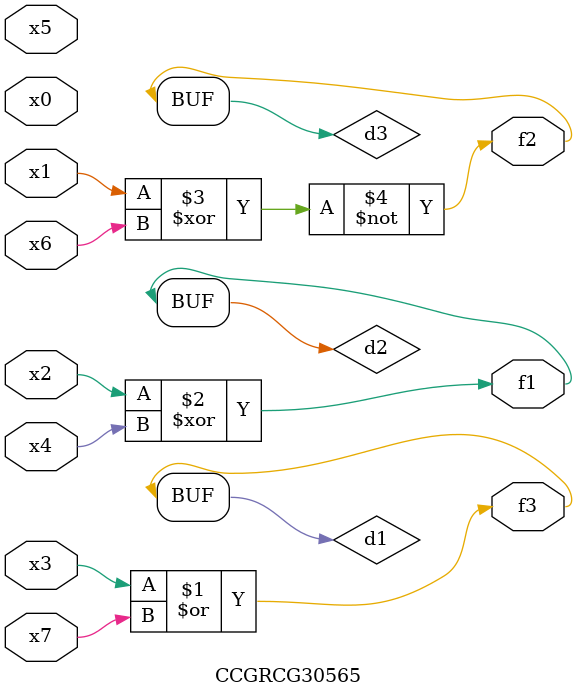
<source format=v>
module CCGRCG30565(
	input x0, x1, x2, x3, x4, x5, x6, x7,
	output f1, f2, f3
);

	wire d1, d2, d3;

	or (d1, x3, x7);
	xor (d2, x2, x4);
	xnor (d3, x1, x6);
	assign f1 = d2;
	assign f2 = d3;
	assign f3 = d1;
endmodule

</source>
